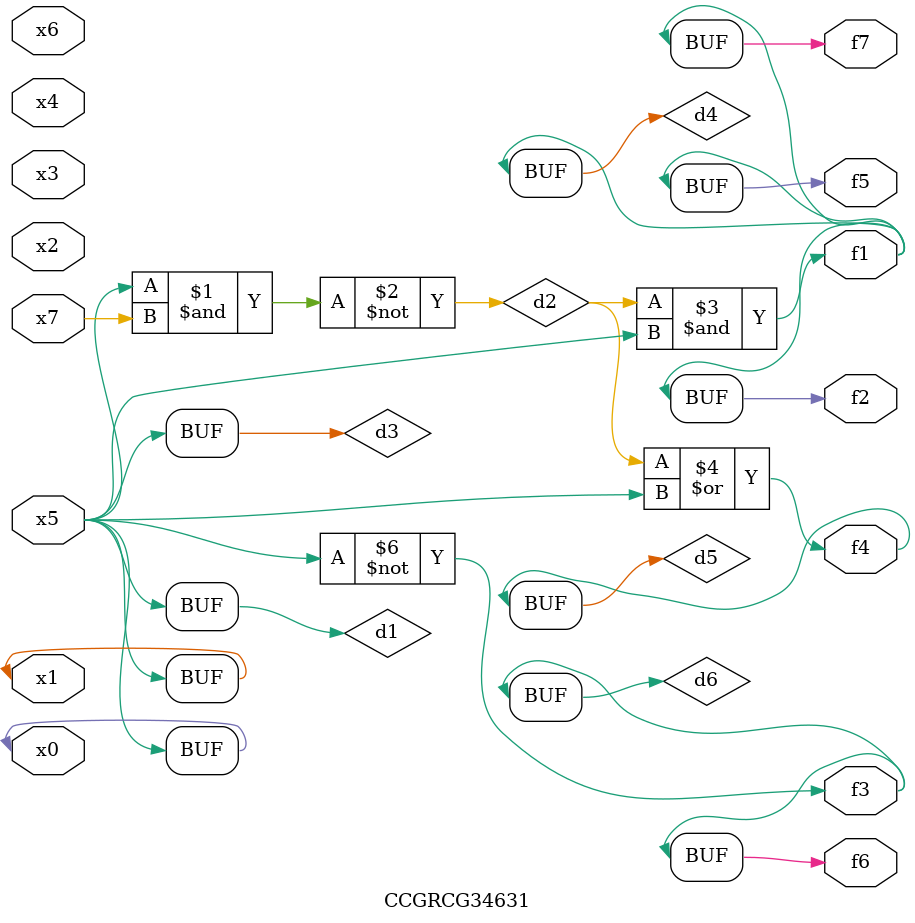
<source format=v>
module CCGRCG34631(
	input x0, x1, x2, x3, x4, x5, x6, x7,
	output f1, f2, f3, f4, f5, f6, f7
);

	wire d1, d2, d3, d4, d5, d6;

	buf (d1, x0, x5);
	nand (d2, x5, x7);
	buf (d3, x0, x1);
	and (d4, d2, d3);
	or (d5, d2, d3);
	nor (d6, d1, d3);
	assign f1 = d4;
	assign f2 = d4;
	assign f3 = d6;
	assign f4 = d5;
	assign f5 = d4;
	assign f6 = d6;
	assign f7 = d4;
endmodule

</source>
